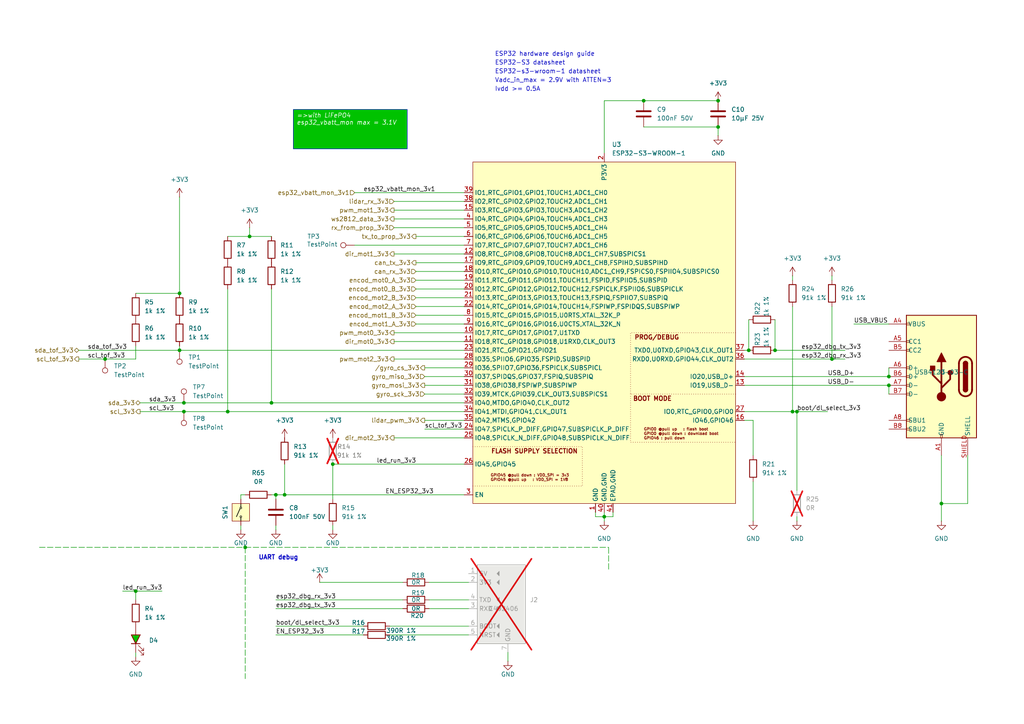
<source format=kicad_sch>
(kicad_sch (version 20231120) (generator "eeschema") (generator_version "8.0")
  (paper "A4")
  (lib_symbols
    (symbol "cocotter_capacitors:C_100nF_50V_0603" (pin_numbers hide) (pin_names (offset 0.254))
      (property "Reference" "C" (at 0.635 2.54 0))
      (property "Value" "100nF 50V" (at 0.635 -2.54 0))
      (symbol "C_100nF_50V_0603_0_1"
        (polyline (pts (xy -2.032 -0.762) (xy 2.032 -0.762)) (stroke (width 0.508)))
        (polyline (pts (xy -2.032 0.762) (xy 2.032 0.762)) (stroke (width 0.508)))
      )
      (symbol "C_100nF_50V_0603_1_1"
        (pin passive line (at 0 3.81 270) (length 2.794) (name "~") (number "1"))
        (pin passive line (at 0 -3.81 90) (length 2.794) (name "~") (number "2"))
      )
    )
    (symbol "cocotter_capacitors:C_10µF_25V_0805_X5R" (pin_numbers hide) (pin_names (offset 0.254))
      (property "Reference" "C" (at 0.635 2.54 0))
      (property "Value" "10µF 25V" (at 0.635 -2.54 0))
      (symbol "C_10µF_25V_0805_X5R_0_1"
        (polyline (pts (xy -2.032 -0.762) (xy 2.032 -0.762)) (stroke (width 0.508)))
        (polyline (pts (xy -2.032 0.762) (xy 2.032 0.762)) (stroke (width 0.508)))
      )
      (symbol "C_10µF_25V_0805_X5R_1_1"
        (pin passive line (at 0 3.81 270) (length 2.794) (name "~") (number "1"))
        (pin passive line (at 0 -3.81 90) (length 2.794) (name "~") (number "2"))
      )
    )
    (symbol "cocotter_connectors:USB4120-03-C"
      (property "Reference" "J" (at 0 1.27 0))
      (property "Value" "USB4120-03-C" (at 0 1.27 0))
      (symbol "USB4120-03-C_0_0"
        (rectangle (start -0.254 -17.78) (end 0.254 -16.764))
        (rectangle (start 10.16 -14.986) (end 9.144 -15.494))
        (rectangle (start 10.16 -12.446) (end 9.144 -12.954))
        (rectangle (start 10.16 -4.826) (end 9.144 -5.334))
        (rectangle (start 10.16 -2.286) (end 9.144 -2.794))
        (rectangle (start 10.16 0.254) (end 9.144 -0.254))
        (rectangle (start 10.16 2.794) (end 9.144 2.286))
        (rectangle (start 10.16 7.874) (end 9.144 7.366))
        (rectangle (start 10.16 10.414) (end 9.144 9.906))
        (rectangle (start 10.16 15.494) (end 9.144 14.986))
      )
      (symbol "USB4120-03-C_0_1"
        (rectangle (start -10.16 17.78) (end 10.16 -17.78) (stroke (width 0.254)) (fill (type background)))
        (arc (start -8.89 -3.81) (mid -6.985 -5.7067) (end -5.08 -3.81) (stroke (width 0.508)))
        (arc (start -7.62 -3.81) (mid -6.985 -4.4423) (end -6.35 -3.81) (stroke (width 0.254)))
        (arc (start -7.62 -3.81) (mid -6.985 -4.4423) (end -6.35 -3.81) (stroke (width 0.254)) (fill (type outline)))
        (rectangle (start -7.62 -3.81) (end -6.35 3.81) (stroke (width 0.254)) (fill (type outline)))
        (arc (start -6.35 3.81) (mid -6.985 4.4423) (end -7.62 3.81) (stroke (width 0.254)))
        (arc (start -6.35 3.81) (mid -6.985 4.4423) (end -7.62 3.81) (stroke (width 0.254)) (fill (type outline)))
        (arc (start -5.08 3.81) (mid -6.985 5.7067) (end -8.89 3.81) (stroke (width 0.508)))
        (circle (center -2.54 1.143) (radius 0.635) (stroke (width 0.254)) (fill (type outline)))
        (circle (center 0 -5.842) (radius 1.27) (fill (type outline)))
        (polyline (pts (xy -8.89 -3.81) (xy -8.89 3.81)) (stroke (width 0.508)))
        (polyline (pts (xy -5.08 3.81) (xy -5.08 -3.81)) (stroke (width 0.508)))
        (polyline (pts (xy 0 -5.842) (xy 0 4.318)) (stroke (width 0.508)))
        (polyline (pts (xy 0 -3.302) (xy -2.54 -0.762) (xy -2.54 0.508)) (stroke (width 0.508)))
        (polyline (pts (xy 0 -2.032) (xy 2.54 0.508) (xy 2.54 1.778)) (stroke (width 0.508)))
        (polyline (pts (xy -1.27 4.318) (xy 0 6.858) (xy 1.27 4.318) (xy -1.27 4.318)) (stroke (width 0.254)) (fill (type outline)))
        (rectangle (start 1.905 1.778) (end 3.175 3.048) (stroke (width 0.254)) (fill (type outline)))
      )
      (symbol "USB4120-03-C_1_1"
        (pin passive line (at 0 -22.86 90) (length 5.08) (name "GND") (number "A1"))
        (pin passive line (at 0 -22.86 90) (length 5.08) hide (name "GND") (number "A12"))
        (pin passive line (at 15.24 15.24 180) (length 5.08) (name "VBUS") (number "A4"))
        (pin bidirectional line (at 15.24 10.16 180) (length 5.08) (name "CC1") (number "A5"))
        (pin bidirectional line (at 15.24 2.54 180) (length 5.08) (name "D+") (number "A6"))
        (pin bidirectional line (at 15.24 -2.54 180) (length 5.08) (name "D-") (number "A7"))
        (pin bidirectional line (at 15.24 -12.7 180) (length 5.08) (name "SBU1") (number "A8"))
        (pin passive line (at 15.24 15.24 180) (length 5.08) hide (name "VBUS") (number "A9"))
        (pin passive line (at 0 -22.86 90) (length 5.08) hide (name "GND") (number "B1"))
        (pin passive line (at 0 -22.86 90) (length 5.08) hide (name "GND") (number "B12"))
        (pin passive line (at 15.24 15.24 180) (length 5.08) hide (name "VBUS") (number "B4"))
        (pin bidirectional line (at 15.24 7.62 180) (length 5.08) (name "CC2") (number "B5"))
        (pin bidirectional line (at 15.24 0 180) (length 5.08) (name "D+") (number "B6"))
        (pin bidirectional line (at 15.24 -5.08 180) (length 5.08) (name "D-") (number "B7"))
        (pin bidirectional line (at 15.24 -15.24 180) (length 5.08) (name "SBU2") (number "B8"))
        (pin passive line (at 15.24 15.24 180) (length 5.08) hide (name "VBUS") (number "B9"))
        (pin passive line (at -7.62 -22.86 90) (length 5.08) (name "SHELL") (number "SHIELD"))
      )
    )
    (symbol "cocotter_connectors:eps32_uart_programmer"
      (property "Reference" "J" (at -7.112 13.716 0))
      (property "JLCPCB Part #" "C492406" (at 0 0 0))
      (symbol "eps32_uart_programmer_1_1"
        (rectangle (start -7.62 12.7) (end 6.35 -10.16) (fill (type background)))
        (polyline (pts (xy -1.905 -0.635) (xy -1.27 0) (xy -1.905 0.635) (xy -1.905 -0.635)) (fill (type outline)))
        (polyline (pts (xy -1.27 -6.985) (xy -1.905 -7.62) (xy -1.27 -8.255) (xy -1.27 -6.985)) (fill (type outline)))
        (polyline (pts (xy -1.27 -4.445) (xy -1.905 -5.08) (xy -1.27 -5.715) (xy -1.27 -4.445)) (fill (type outline)))
        (polyline (pts (xy -1.27 3.175) (xy -1.905 2.54) (xy -1.27 1.905) (xy -1.27 3.175)) (fill (type outline)))
        (polyline (pts (xy -1.27 8.255) (xy -1.905 7.62) (xy -1.27 6.985) (xy -1.27 8.255)) (fill (type outline)))
        (polyline (pts (xy -1.27 10.795) (xy -1.905 10.16) (xy -1.27 9.525) (xy -1.27 10.795)) (fill (type outline)))
        (pin power_out line (at -10.16 10.16 0) (length 2.54) (name "5V") (number "1"))
        (pin power_out line (at -10.16 7.62 0) (length 2.54) (name "3V3") (number "2"))
        (pin input line (at -10.16 0 0) (length 2.54) (name "RXD") (number "3"))
        (pin output line (at -10.16 2.54 0) (length 2.54) (name "TXD") (number "4"))
        (pin input line (at -10.16 -7.62 0) (length 2.54) (name "NRST") (number "5"))
        (pin output line (at -10.16 -5.08 0) (length 2.54) (name "BOOT") (number "6"))
        (pin passive line (at 1.27 -12.7 90) (length 2.54) (name "GND") (number "7"))
      )
    )
    (symbol "cocotter_diodes:green_led_0603" (pin_numbers hide) (pin_names (offset 1.016) hide)
      (property "Reference" "D" (at 0 2.54 0))
      (property "JLCPCB Part #" "C22371299" (at 0 0 0))
      (symbol "green_led_0603_0_1"
        (polyline (pts (xy -1.27 -1.27) (xy -1.27 1.27)) (stroke (width 0.254)))
        (polyline (pts (xy -3.048 -0.762) (xy -4.572 -2.286) (xy -3.81 -2.286) (xy -4.572 -2.286) (xy -4.572 -1.524)))
        (polyline (pts (xy -1.778 -0.762) (xy -3.302 -2.286) (xy -2.54 -2.286) (xy -3.302 -2.286) (xy -3.302 -1.524)))
      )
      (symbol "green_led_0603_1_1"
        (polyline (pts (xy 1.27 -1.27) (xy 1.27 1.27) (xy -1.27 0) (xy 1.27 -1.27)) (stroke (width 0.254)) (fill (type color) (color 0 194 0 1)))
        (pin passive line (at 3.81 0 180) (length 2.54) (name "A") (number "A"))
        (pin passive line (at -3.81 0 0) (length 2.54) (name "C") (number "C"))
      )
    )
    (symbol "cocotter_ic:ESP32-S3-WROOM-1U-N8R2"
      (property "Reference" "U" (at -11.43 27.94 0))
      (property "Value" "ESP32-S3-WROOM-1" (at 27.94 -50.8 0))
      (symbol "ESP32-S3-WROOM-1U-N8R2_1_0"
        (pin bidirectional line (at -40.64 0 0) (length 2.54) (name "IO17,RTC_GPIO17,GPIO17,U1TXD") (number "10"))
        (pin bidirectional line (at -40.64 -2.54 0) (length 2.54) (name "IO18,RTC_GPIO18,GPIO18,U1RXD,CLK_OUT3") (number "11"))
        (pin bidirectional line (at -40.64 22.86 0) (length 2.54) (name "IO8,RTC_GPIO8,GPIO8,TOUCH8,ADC1_CH7,SUBSPICS1") (number "12"))
        (pin bidirectional line (at 40.64 -15.24 180) (length 2.54) (name "IO19,USB_D-") (number "13"))
        (pin bidirectional line (at 40.64 -12.7 180) (length 2.54) (name "IO20,USB_D+") (number "14"))
        (pin bidirectional line (at -40.64 35.56 0) (length 2.54) (name "IO3,RTC_GPIO3,GPIO3,TOUCH3,ADC1_CH2") (number "15"))
        (pin bidirectional line (at 40.64 -25.4 180) (length 2.54) (name "IO46,GPIO46") (number "16"))
        (pin bidirectional line (at -40.64 20.32 0) (length 2.54) (name "IO9,RTC_GPIO9,GPIO9,TOUCH9,ADC1_CH8,FSPIHD,SUBSPIHD") (number "17"))
        (pin bidirectional line (at -40.64 17.78 0) (length 2.54) (name "IO10,RTC_GPIO10,GPIO10,TOUCH10,ADC1_CH9,FSPICS0,FSPIIO4,SUBSPICS0") (number "18"))
        (pin bidirectional line (at -40.64 15.24 0) (length 2.54) (name "IO11,RTC_GPIO11,GPIO11,TOUCH11,FSPID,FSPIIO5,SUBSPID") (number "19"))
        (pin bidirectional line (at -40.64 12.7 0) (length 2.54) (name "IO12,RTC_GPIO12,GPIO12,TOUCH12,FSPICLK,FSPIIO6,SUBSPICLK") (number "20"))
        (pin bidirectional line (at -40.64 10.16 0) (length 2.54) (name "IO13,RTC_GPIO13,GPIO13,TOUCH13,FSPIQ,FSPIIO7,SUBSPIQ") (number "21"))
        (pin bidirectional line (at -40.64 7.62 0) (length 2.54) (name "IO14,RTC_GPIO14,GPIO14,TOUCH14,FSPIWP,FSPIDQS,SUBSPIWP") (number "22"))
        (pin bidirectional line (at -40.64 -5.08 0) (length 2.54) (name "IO21,RTC_GPIO21,GPIO21") (number "23"))
        (pin bidirectional line (at -40.64 -27.94 0) (length 2.54) (name "IO47,SPICLK_P_DIFF,GPIO47,SUBSPICLK_P_DIFF") (number "24"))
        (pin bidirectional line (at -40.64 -30.48 0) (length 2.54) (name "IO48,SPICLK_N_DIFF,GPIO48,SUBSPICLK_N_DIFF") (number "25"))
        (pin bidirectional line (at -40.64 -38.1 0) (length 2.54) (name "IO45,GPIO45") (number "26"))
        (pin bidirectional line (at 40.64 -22.86 180) (length 2.54) (name "IO0,RTC_GPIO0,GPIO0") (number "27"))
        (pin bidirectional line (at -40.64 -7.62 0) (length 2.54) (name "IO35,SPIIO6,GPIO35,FSPID,SUBSPID") (number "28"))
        (pin bidirectional line (at -40.64 -10.16 0) (length 2.54) (name "IO36,SPIIO7,GPIO36,FSPICLK,SUBSPICL") (number "29"))
        (pin input line (at -40.64 -46.99 0) (length 2.54) (name "EN") (number "3"))
        (pin bidirectional line (at -40.64 -12.7 0) (length 2.54) (name "IO37,SPIDQS,GPIO37,FSPIQ,SUBSPIQ") (number "30"))
        (pin bidirectional line (at -40.64 -15.24 0) (length 2.54) (name "IO38,GPIO38,FSPIWP,SUBSPIWP") (number "31"))
        (pin bidirectional line (at -40.64 -17.78 0) (length 2.54) (name "IO39,MTCK,GPIO39,CLK_OUT3,SUBSPICS1") (number "32"))
        (pin bidirectional line (at -40.64 -20.32 0) (length 2.54) (name "IO40,MTDO,GPIO40,CLK_OUT2") (number "33"))
        (pin bidirectional line (at -40.64 -22.86 0) (length 2.54) (name "IO41,MTDI,GPIO41,CLK_OUT1") (number "34"))
        (pin bidirectional line (at -40.64 -25.4 0) (length 2.54) (name "IO42,MTMS,GPIO42") (number "35"))
        (pin bidirectional line (at 40.64 -7.62 180) (length 2.54) (name "RXD0,U0RXD,GPIO44,CLK_OUT2") (number "36"))
        (pin bidirectional line (at 40.64 -5.08 180) (length 2.54) (name "TXD0,U0TXD,GPIO43,CLK_OUT1") (number "37"))
        (pin bidirectional line (at -40.64 38.1 0) (length 2.54) (name "IO2,RTC_GPIO2,GPIO2,TOUCH2,ADC1_CH1") (number "38"))
        (pin bidirectional line (at -40.64 40.64 0) (length 2.54) (name "IO1,RTC_GPIO1,GPIO1,TOUCH1,ADC1_CH0") (number "39"))
        (pin bidirectional line (at -40.64 33.02 0) (length 2.54) (name "IO4,RTC_GPIO4,GPIO4,TOUCH4,ADC1_CH3") (number "4"))
        (pin passive line (at 0 -52.07 90) (length 2.54) (name "GND,GND") (number "40"))
        (pin passive line (at 2.54 -52.07 90) (length 2.54) (name "EPAD,GND") (number "41"))
        (pin bidirectional line (at -40.64 30.48 0) (length 2.54) (name "IO5,RTC_GPIO5,GPIO5,TOUCH5,ADC1_CH4") (number "5"))
        (pin bidirectional line (at -40.64 27.94 0) (length 2.54) (name "IO6,RTC_GPIO6,GPIO6,TOUCH6,ADC1_CH5") (number "6"))
        (pin bidirectional line (at -40.64 25.4 0) (length 2.54) (name "IO7,RTC_GPIO7,GPIO7,TOUCH7,ADC1_CH6") (number "7"))
        (pin bidirectional line (at -40.64 5.08 0) (length 2.54) (name "IO15,RTC_GPIO15,GPIO15,U0RTS,XTAL_32K_P") (number "8"))
        (pin bidirectional line (at -40.64 2.54 0) (length 2.54) (name "IO16,RTC_GPIO16,GPIO16,U0CTS,XTAL_32K_N") (number "9"))
      )
      (symbol "ESP32-S3-WROOM-1U-N8R2_1_1"
        (rectangle (start -38.1 49.53) (end 38.1 -49.53) (fill (type background)))
        (polyline (pts (xy 7.62 -17.78) (xy 7.62 -31.75) (xy 38.1 -31.75)) (stroke (width 0) (type dot)))
        (polyline (pts (xy -38.1 -33.02) (xy -6.35 -33.02) (xy -6.35 -44.45) (xy -38.1 -44.45)) (stroke (width 0) (type dot)))
        (polyline (pts (xy 38.1 -17.78) (xy 7.62 -17.78) (xy 7.62 0) (xy 7.62 0) (xy 38.1 0)) (stroke (width 0) (type dot)))
        (text "BOOT MODE" (at 13.97 -19.05 0) (effects (font (size 1.27 1.27) (bold yes))))
        (text "FLASH SUPPLY SELECTION" (at -7.62 -34.29 0) (effects (font (size 1.27 1.27) (bold yes)) (justify right)))
        (text "GPIO0 @pull up   : flash boot\nGPIO0 @pull down : download boot\nGPIO46 : pull down" (at 11.43 -29.21 0) (effects (font (size 0.8 0.8)) (justify left)))
        (text "GPIO45 @pull down : VDD_SPI = 3v3\nGPIO45 @pull up   : VDD_SPI = 1V8" (at -33.02 -41.91 0) (effects (font (size 0.8 0.8)) (justify left)))
        (text "PROG/DEBUG" (at 15.24 -1.27 0) (effects (font (size 1.27 1.27) (bold yes))))
        (pin passive line (at -2.54 -52.07 90) (length 2.54) (name "GND") (number "1"))
        (pin power_in line (at 0 52.07 270) (length 2.54) (name "P3V3") (number "2"))
      )
    )
    (symbol "cocotter_others:PTS525 SK15 SMTR2 LFS" (pin_numbers hide) (pin_names (offset 0) hide)
      (property "Reference" "SW" (at 0 4.572 0))
      (symbol "PTS525 SK15 SMTR2 LFS_1_1"
        (rectangle (start -2.54 2.54) (end 2.54 -2.54) (fill (type background)))
        (circle (center -1.27 0) (radius 0.254) (stroke (width 0) (color 0 0 0 1)))
        (polyline (pts (xy -2.54 0) (xy -1.524 0)) (stroke (width 0.2) (color 0 0 0 1)))
        (polyline (pts (xy 1.016 0.254) (xy -1.27 1.27)) (stroke (width 0.2) (color 0 0 0 1)))
        (polyline (pts (xy 1.524 0) (xy 2.54 0)) (stroke (width 0.2) (color 0 0 0 1)))
        (circle (center 1.27 0) (radius 0.254) (stroke (width 0) (color 0 0 0 1)))
        (pin passive line (at -3.81 0 0) (length 1.27) (name "1") (number "A"))
        (pin passive line (at 3.81 0 180) (length 1.27) (name "2") (number "B"))
      )
    )
    (symbol "cocotter_others:TestPoint" (pin_numbers hide) (pin_names (offset 0.762) hide) (in_bom no)
      (property "Reference" "TP" (at 0 6.858 0))
      (property "Value" "TestPoint" (at 0 5.08 0))
      (symbol "TestPoint_0_1"
        (circle (center 0 3.302) (radius 0.762))
      )
      (symbol "TestPoint_1_1"
        (pin passive line (at 0 0 90) (length 2.54) (name "1") (number "1"))
      )
    )
    (symbol "cocotter_resistors:R_0R_0603" (pin_numbers hide) (pin_names (offset 0))
      (property "Reference" "R" (at 1.27 1.27 0))
      (property "Value" "0R" (at 3.81 -1.27 0))
      (symbol "R_0R_0603_0_1"
        (rectangle (start -1.016 -2.54) (end 1.016 2.54) (stroke (width 0.254)))
      )
      (symbol "R_0R_0603_1_1"
        (pin passive line (at 0 3.81 270) (length 1.27) (name "~") (number "1"))
        (pin passive line (at 0 -3.81 90) (length 1.27) (name "~") (number "2"))
      )
    )
    (symbol "cocotter_resistors:R_1k_0603_1%" (pin_numbers hide) (pin_names (offset 0))
      (property "Reference" "R" (at 1.27 1.27 0))
      (property "Value" "1k 1%" (at 3.81 -1.27 0))
      (symbol "R_1k_0603_1%_0_1"
        (rectangle (start -1.016 -2.54) (end 1.016 2.54) (stroke (width 0.254)))
      )
      (symbol "R_1k_0603_1%_1_1"
        (pin passive line (at 0 3.81 270) (length 1.27) (name "~") (number "1"))
        (pin passive line (at 0 -3.81 90) (length 1.27) (name "~") (number "2"))
      )
    )
    (symbol "cocotter_resistors:R_390R_0603_1%" (pin_numbers hide) (pin_names (offset 0))
      (property "Reference" "R" (at 1.27 1.27 0))
      (property "Value" "390R 1%" (at 5.08 -1.27 0))
      (symbol "R_390R_0603_1%_0_1"
        (rectangle (start -1.016 -2.54) (end 1.016 2.54) (stroke (width 0.254)))
      )
      (symbol "R_390R_0603_1%_1_1"
        (pin passive line (at 0 3.81 270) (length 1.27) (name "~") (number "1"))
        (pin passive line (at 0 -3.81 90) (length 1.27) (name "~") (number "2"))
      )
    )
    (symbol "cocotter_resistors:R_91k_0603_1%" (pin_numbers hide) (pin_names (offset 0))
      (property "Reference" "R" (at 1.27 1.27 0))
      (property "Value" "91k 1%" (at 4.826 -1.27 0))
      (symbol "R_91k_0603_1%_0_1"
        (rectangle (start -1.016 -2.54) (end 1.016 2.54) (stroke (width 0.254)))
      )
      (symbol "R_91k_0603_1%_1_1"
        (pin passive line (at 0 3.81 270) (length 1.27) (name "~") (number "1"))
        (pin passive line (at 0 -3.81 90) (length 1.27) (name "~") (number "2"))
      )
    )
    (symbol "pmi_2023_specific:+3V3_m" (power) (pin_numbers hide) (pin_names (offset 0) hide)
      (property "Value" "+3V3_m" (at 0 3.556 0))
      (symbol "+3V3_m_0_1"
        (polyline (pts (xy -0.762 1.27) (xy 0 2.54)))
        (polyline (pts (xy 0 0) (xy 0 2.54)))
        (polyline (pts (xy 0 2.54) (xy 0.762 1.27)))
      )
      (symbol "+3V3_m_1_1"
        (pin power_in line (at 0 0 90) (length 0) (name "~") (number "1"))
      )
    )
    (symbol "pmi_2023_specific:GND_m" (power) (pin_numbers hide) (pin_names (offset 0) hide)
      (property "Value" "GND_m" (at 0 -3.81 0))
      (symbol "GND_m_0_1"
        (polyline (pts (xy 0 0) (xy 0 -1.27) (xy 1.27 -1.27) (xy 0 -2.54) (xy -1.27 -1.27) (xy 0 -1.27)))
      )
      (symbol "GND_m_1_1"
        (pin power_in line (at 0 0 270) (length 0) (name "~") (number "1"))
      )
    )
  )
  (junction (at 72.39 68.58))
  (junction (at 39.37 171.45))
  (junction (at 30.48 104.14))
  (junction (at 82.55 143.51))
  (junction (at 229.87 119.38))
  (junction (at 231.14 119.38))
  (junction (at 257.81 111.76))
  (junction (at 53.34 119.38))
  (junction (at 175.26 149.86))
  (junction (at 241.3 104.14))
  (junction (at 71.12 158.75))
  (junction (at 52.07 101.6))
  (junction (at 96.52 134.62))
  (junction (at 208.28 36.83))
  (junction (at 217.17 101.6))
  (junction (at 53.34 116.84))
  (junction (at 80.01 143.51))
  (junction (at 257.81 109.22))
  (junction (at 66.04 119.38))
  (junction (at 208.28 29.21))
  (junction (at 52.07 85.09))
  (junction (at 186.69 29.21))
  (junction (at 224.79 101.6))
  (junction (at 78.74 116.84))
  (junction (at 273.05 146.05))
  (wire (pts (xy 247.65 93.98) (xy 257.81 93.98)))
  (wire (pts (xy 40.64 119.38) (xy 53.34 119.38)))
  (wire (pts (xy 96.52 144.78) (xy 96.52 134.62)))
  (wire (pts (xy 280.67 146.05) (xy 280.67 132.08)))
  (wire (pts (xy 215.9 111.76) (xy 257.81 111.76)))
  (wire (pts (xy 69.85 152.4) (xy 69.85 153.67)))
  (wire (pts (xy 114.3 66.04) (xy 134.62 66.04)))
  (wire (pts (xy 82.55 134.62) (xy 82.55 143.51)))
  (wire (pts (xy 175.26 29.21) (xy 186.69 29.21)))
  (wire (pts (xy 39.37 189.23) (xy 39.37 190.5)))
  (wire (pts (xy 80.01 176.53) (xy 116.84 176.53)))
  (wire (pts (xy 176.53 165.1) (xy 176.53 158.75)) (stroke (width 0) (type dash)))
  (wire (pts (xy 39.37 100.33) (xy 39.37 104.14)))
  (wire (pts (xy 208.28 36.83) (xy 208.28 39.37)))
  (wire (pts (xy 124.46 168.91) (xy 135.89 168.91)))
  (wire (pts (xy 215.9 101.6) (xy 217.17 101.6)))
  (wire (pts (xy 273.05 146.05) (xy 273.05 132.08)))
  (wire (pts (xy 52.07 100.33) (xy 52.07 101.6)))
  (wire (pts (xy 120.65 88.9) (xy 134.62 88.9)))
  (wire (pts (xy 175.26 149.86) (xy 177.8 149.86)))
  (wire (pts (xy 120.65 76.2) (xy 134.62 76.2)))
  (wire (pts (xy 78.74 83.82) (xy 78.74 116.84)))
  (wire (pts (xy 66.04 83.82) (xy 66.04 119.38)))
  (wire (pts (xy 257.81 106.68) (xy 257.81 109.22)))
  (wire (pts (xy 229.87 88.9) (xy 229.87 119.38)))
  (wire (pts (xy 175.26 148.59) (xy 175.26 149.86)))
  (wire (pts (xy 120.65 86.36) (xy 134.62 86.36)))
  (wire (pts (xy 39.37 85.09) (xy 52.07 85.09)))
  (wire (pts (xy 114.3 60.96) (xy 134.62 60.96)))
  (wire (pts (xy 114.3 73.66) (xy 134.62 73.66)))
  (wire (pts (xy 72.39 68.58) (xy 78.74 68.58)))
  (wire (pts (xy 186.69 29.21) (xy 208.28 29.21)))
  (wire (pts (xy 257.81 114.3) (xy 257.81 111.76)))
  (wire (pts (xy 123.19 121.92) (xy 134.62 121.92)))
  (wire (pts (xy 80.01 173.99) (xy 116.84 173.99)))
  (wire (pts (xy 80.01 153.67) (xy 80.01 152.4)))
  (wire (pts (xy 30.48 104.14) (xy 39.37 104.14)))
  (wire (pts (xy 177.8 149.86) (xy 177.8 148.59)))
  (wire (pts (xy 35.56 171.45) (xy 39.37 171.45)))
  (wire (pts (xy 241.3 88.9) (xy 241.3 104.14)))
  (wire (pts (xy 224.79 101.6) (xy 245.11 101.6)))
  (wire (pts (xy 172.72 149.86) (xy 175.26 149.86)))
  (wire (pts (xy 215.9 121.92) (xy 218.44 121.92)))
  (wire (pts (xy 40.64 116.84) (xy 53.34 116.84)))
  (wire (pts (xy 11.43 158.75) (xy 71.12 158.75)) (stroke (width 0) (type dash)))
  (wire (pts (xy 53.34 116.84) (xy 78.74 116.84)))
  (wire (pts (xy 39.37 171.45) (xy 46.99 171.45)))
  (wire (pts (xy 80.01 184.15) (xy 105.41 184.15)))
  (wire (pts (xy 66.04 119.38) (xy 134.62 119.38)))
  (wire (pts (xy 53.34 119.38) (xy 66.04 119.38)))
  (wire (pts (xy 123.19 109.22) (xy 134.62 109.22)))
  (wire (pts (xy 22.86 104.14) (xy 30.48 104.14)))
  (wire (pts (xy 52.07 101.6) (xy 134.62 101.6)))
  (wire (pts (xy 114.3 63.5) (xy 134.62 63.5)))
  (wire (pts (xy 186.69 36.83) (xy 208.28 36.83)))
  (wire (pts (xy 71.12 158.75) (xy 71.12 196.85)) (stroke (width 0) (type dash)))
  (wire (pts (xy 135.89 173.99) (xy 124.46 173.99)))
  (wire (pts (xy 114.3 58.42) (xy 134.62 58.42)))
  (wire (pts (xy 215.9 109.22) (xy 257.81 109.22)))
  (wire (pts (xy 135.89 176.53) (xy 124.46 176.53)))
  (wire (pts (xy 215.9 104.14) (xy 241.3 104.14)))
  (wire (pts (xy 175.26 44.45) (xy 175.26 29.21)))
  (wire (pts (xy 240.03 119.38) (xy 231.14 119.38)))
  (wire (pts (xy 231.14 119.38) (xy 229.87 119.38)))
  (wire (pts (xy 217.17 92.71) (xy 217.17 101.6)))
  (wire (pts (xy 92.71 168.91) (xy 116.84 168.91)))
  (wire (pts (xy 229.87 80.01) (xy 229.87 81.28)))
  (wire (pts (xy 102.87 71.12) (xy 134.62 71.12)))
  (wire (pts (xy 175.26 151.13) (xy 175.26 149.86)))
  (wire (pts (xy 114.3 96.52) (xy 134.62 96.52)))
  (wire (pts (xy 224.79 92.71) (xy 224.79 101.6)))
  (wire (pts (xy 120.65 83.82) (xy 134.62 83.82)))
  (wire (pts (xy 123.19 111.76) (xy 134.62 111.76)))
  (wire (pts (xy 280.67 146.05) (xy 273.05 146.05)))
  (wire (pts (xy 241.3 104.14) (xy 245.11 104.14)))
  (wire (pts (xy 96.52 134.62) (xy 134.62 134.62)))
  (wire (pts (xy 80.01 143.51) (xy 82.55 143.51)))
  (wire (pts (xy 147.32 189.23) (xy 147.32 191.77)))
  (wire (pts (xy 80.01 143.51) (xy 80.01 144.78)))
  (wire (pts (xy 123.19 124.46) (xy 134.62 124.46)))
  (wire (pts (xy 71.12 158.75) (xy 176.53 158.75)) (stroke (width 0) (type dash)))
  (wire (pts (xy 22.86 101.6) (xy 52.07 101.6)))
  (wire (pts (xy 218.44 139.7) (xy 218.44 151.13)))
  (wire (pts (xy 123.19 114.3) (xy 134.62 114.3)))
  (wire (pts (xy 123.19 106.68) (xy 134.62 106.68)))
  (wire (pts (xy 120.65 68.58) (xy 134.62 68.58)))
  (wire (pts (xy 231.14 149.86) (xy 231.14 151.13)))
  (wire (pts (xy 113.03 181.61) (xy 135.89 181.61)))
  (wire (pts (xy 113.03 184.15) (xy 135.89 184.15)))
  (wire (pts (xy 82.55 143.51) (xy 134.62 143.51)))
  (wire (pts (xy 114.3 104.14) (xy 134.62 104.14)))
  (wire (pts (xy 52.07 57.15) (xy 52.07 85.09)))
  (wire (pts (xy 120.65 93.98) (xy 134.62 93.98)))
  (wire (pts (xy 215.9 119.38) (xy 229.87 119.38)))
  (wire (pts (xy 231.14 119.38) (xy 231.14 142.24)))
  (wire (pts (xy 120.65 91.44) (xy 134.62 91.44)))
  (wire (pts (xy 69.85 143.51) (xy 69.85 144.78)))
  (wire (pts (xy 114.3 127) (xy 134.62 127)))
  (wire (pts (xy 114.3 99.06) (xy 134.62 99.06)))
  (wire (pts (xy 96.52 153.67) (xy 96.52 152.4)))
  (wire (pts (xy 39.37 171.45) (xy 39.37 173.99)))
  (wire (pts (xy 78.74 143.51) (xy 80.01 143.51)))
  (wire (pts (xy 172.72 148.59) (xy 172.72 149.86)))
  (wire (pts (xy 120.65 81.28) (xy 134.62 81.28)))
  (wire (pts (xy 273.05 146.05) (xy 273.05 151.13)))
  (wire (pts (xy 72.39 66.04) (xy 72.39 68.58)))
  (wire (pts (xy 69.85 143.51) (xy 71.12 143.51)))
  (wire (pts (xy 80.01 181.61) (xy 105.41 181.61)))
  (wire (pts (xy 102.87 55.88) (xy 134.62 55.88)))
  (wire (pts (xy 218.44 121.92) (xy 218.44 132.08)))
  (wire (pts (xy 66.04 68.58) (xy 72.39 68.58)))
  (wire (pts (xy 241.3 81.28) (xy 241.3 80.01)))
  (wire (pts (xy 78.74 116.84) (xy 134.62 116.84)))
  (wire (pts (xy 120.65 78.74) (xy 134.62 78.74)))
  (text_box "=>with LiFePO4 esp32_vbatt_mon max = 3.1V" (at 85.09 31.75 0) (size 33.02 11.43) (fill (type color) (color 0 194 0 1)) (effects (font (size 1.27 1.27) (italic yes)) (justify left top)))
  (text "UART debug" (at 74.93 162.56 0) (effects (font (size 1.27 1.27) (thickness 0.254) (bold yes)) (justify left bottom)))
  (text "ESP32-s3-wroom-1 datasheet" (at 143.51 21.59 0) (effects (font (size 1.27 1.27)) (justify left bottom)))
  (text "Ivdd >= 0.5A" (at 143.51 26.67 0) (effects (font (size 1.27 1.27)) (justify left bottom)))
  (text "ESP32 hardware design guide" (at 143.51 16.51 0) (effects (font (size 1.27 1.27)) (justify left bottom)))
  (text "Vadc_in_max = 2.9V with ATTEN=3" (at 143.51 24.13 0) (effects (font (size 1.27 1.27)) (justify left bottom)))
  (text "ESP32-S3 datasheet" (at 143.51 19.05 0) (effects (font (size 1.27 1.27)) (justify left bottom)))
  (label "scl_tof_3v3" (at 25.4 104.14 0))
  (label "USB_D-" (at 240.03 111.76 0))
  (label "EN_ESP32_3v3" (at 80.01 184.15 0))
  (label "boot{slash}dl_select_3v3" (at 231.14 119.38 0))
  (label "led_run_3v3" (at 35.56 171.45 0))
  (label "sda_tof_3v3" (at 25.4 101.6 0))
  (label "EN_ESP32_3v3" (at 111.76 143.51 0))
  (label "scl_3v3" (at 43.18 119.38 0))
  (label "esp32_dbg_rx_3v3" (at 232.41 104.14 0))
  (label "esp32_vbatt_mon_3v1" (at 105.41 55.88 0))
  (label "esp32_dbg_tx_3v3" (at 80.01 176.53 0))
  (label "esp32_dbg_tx_3v3" (at 232.41 101.6 0))
  (label "led_run_3v3" (at 109.22 134.62 0))
  (label "scl_tof_3v3" (at 123.19 124.46 0))
  (label "boot{slash}dl_select_3v3" (at 80.01 181.61 0))
  (label "USB_VBUS" (at 247.65 93.98 0))
  (label "USB_D+" (at 240.03 109.22 0))
  (label "sda_3v3" (at 43.18 116.84 0))
  (label "esp32_dbg_rx_3v3" (at 80.01 173.99 0))
  (hierarchical_label "scl_3v3" (shape output) (at 40.64 119.38 180))
  (hierarchical_label "dir_mot1_3v3" (shape output) (at 114.3 73.66 180))
  (hierarchical_label "encod_mot0_A_3v3" (shape input) (at 120.65 81.28 180))
  (hierarchical_label "gyro_sck_3v3" (shape input) (at 123.19 114.3 180))
  (hierarchical_label "tx_to_prop_3v3" (shape output) (at 120.65 68.58 180))
  (hierarchical_label "{slash}gyro_cs_3v3" (shape output) (at 123.19 106.68 180))
  (hierarchical_label "pwm_mot1_3v3" (shape output) (at 114.3 60.96 180))
  (hierarchical_label "can_rx_3v3" (shape input) (at 120.65 78.74 180))
  (hierarchical_label "encod_mot0_B_3v3" (shape input) (at 120.65 83.82 180))
  (hierarchical_label "rx_from_prop_3v3" (shape input) (at 114.3 66.04 180))
  (hierarchical_label "lidar_pwm_3v3" (shape output) (at 123.19 121.92 180))
  (hierarchical_label "sda_3v3" (shape tri_state) (at 40.64 116.84 180))
  (hierarchical_label "sda_tof_3v3" (shape bidirectional) (at 22.86 101.6 180))
  (hierarchical_label "encod_mot1_B_3v3" (shape input) (at 120.65 91.44 180))
  (hierarchical_label "scl_tof_3v3" (shape output) (at 22.86 104.14 180))
  (hierarchical_label "ws2812_data_3v3" (shape output) (at 114.3 63.5 180))
  (hierarchical_label "pwm_mot0_3v3" (shape output) (at 114.3 96.52 180))
  (hierarchical_label "can_tx_3v3" (shape output) (at 120.65 76.2 180))
  (hierarchical_label "pwm_mot2_3v3" (shape output) (at 114.3 104.14 180))
  (hierarchical_label "dir_mot0_3v3" (shape output) (at 114.3 99.06 180))
  (hierarchical_label "encod_mot2_A_3v3" (shape input) (at 120.65 88.9 180))
  (hierarchical_label "dir_mot2_3v3" (shape output) (at 114.3 127 180))
  (hierarchical_label "encod_mot1_A_3v3" (shape input) (at 120.65 93.98 180))
  (hierarchical_label "esp32_vbatt_mon_3v1" (shape input) (at 102.87 55.88 180))
  (hierarchical_label "gyro_miso_3v3" (shape input) (at 123.19 109.22 180))
  (hierarchical_label "encod_mot2_B_3v3" (shape input) (at 120.65 86.36 180))
  (hierarchical_label "lidar_rx_3v3" (shape input) (at 114.3 58.42 180))
  (hierarchical_label "gyro_mosi_3v3" (shape output) (at 123.19 111.76 180))
  (symbol (lib_id "cocotter_resistors:R_1k_0603_1%") (at 39.37 96.52 0) (unit 1)
    (property "Reference" "R6" (at 41.91 95.2499 0) (effects (justify left)))
    (property "Value" "1k 1%" (at 41.91 97.7899 0) (effects (justify left)))
    (property "Footprint" "cocotter_resistor:r0603_reflow" (effects (hide yes)))
    (property "Description" "Resistor" (effects (hide yes)))
    (property "Specification" "10k 0603 1% 100mW" (effects (hide yes)))
    (property "mouser" "603-RC0603FR-10100KL" (effects (hide yes)))
    (property "JLCPCB Part #" "C2991540" (effects (hide yes)))
  )
  (symbol (lib_id "cocotter_ic:ESP32-S3-WROOM-1U-N8R2") (at 175.26 96.52 0) (unit 1)
    (property "Reference" "U3" (at 177.4541 41.91 0) (effects (justify left)))
    (property "Value" "ESP32-S3-WROOM-1" (at 177.4541 44.45 0) (effects (justify left)))
    (property "Footprint" "cocotter_ic:ESP32-S3-WROOM-1" (effects (hide yes)))
    (property "Description" "8MB flash, 2MB PSRAM, with antena connector" (effects (hide yes)))
    (property "JLCPCB Part #" "C3013944" (effects (hide yes)))
  )
  (symbol (lib_id "pmi_2023_specific:+3V3_m") (at 82.55 127 0) (unit 1)
    (property "Reference" "#PWR16" (effects (hide yes)))
    (property "Value" "+3V3" (at 82.55 121.92 0))
    (property "Description" "Power symbol creates a global label with name \"+3V3_m\"" (effects (hide yes)))
  )
  (symbol (lib_id "cocotter_resistors:R_1k_0603_1%") (at 220.98 101.6 90) (unit 1)
    (property "Reference" "R23" (at 219.71 100.33 0) (effects (justify left)))
    (property "Value" "1k 1%" (at 222.25 97.79 0))
    (property "Footprint" "cocotter_resistor:r0603_reflow" (effects (hide yes)))
    (property "Description" "Resistor" (effects (hide yes)))
    (property "Specification" "10k 0603 1% 100mW" (effects (hide yes)))
    (property "mouser" "603-RC0603FR-10100KL" (effects (hide yes)))
    (property "JLCPCB Part #" "C2991540" (effects (hide yes)))
  )
  (symbol (lib_id "pmi_2023_specific:+3V3_m") (at 92.71 168.91 0) (unit 1)
    (property "Reference" "#PWR17" (effects (hide yes)))
    (property "Value" "+3V3" (at 92.71 165.354 0))
    (property "Description" "Power symbol creates a global label with name \"+3V3_m\"" (effects (hide yes)))
  )
  (symbol (lib_id "cocotter_resistors:R_91k_0603_1%") (at 229.87 85.09 0) (unit 1)
    (property "Reference" "R24" (at 232.41 83.8199 0) (effects (justify left)))
    (property "Value" "91k 1%" (at 232.41 86.3599 0) (effects (justify left)))
    (property "Footprint" "cocotter_resistor:r0603_reflow" (effects (hide yes)))
    (property "Description" "Resistor" (effects (hide yes)))
    (property "Specification" "91k 0603 1% 100mW" (effects (hide yes)))
    (property "JLCPCB Part #" "C23265" (effects (hide yes)))
  )
  (symbol (lib_id "cocotter_resistors:R_1k_0603_1%") (at 52.07 88.9 0) (unit 1)
    (property "Reference" "R9" (at 54.61 87.6299 0) (effects (justify left)))
    (property "Value" "1k 1%" (at 54.61 90.1699 0) (effects (justify left)))
    (property "Footprint" "cocotter_resistor:r0603_reflow" (effects (hide yes)))
    (property "Description" "Resistor" (effects (hide yes)))
    (property "Specification" "10k 0603 1% 100mW" (effects (hide yes)))
    (property "mouser" "603-RC0603FR-10100KL" (effects (hide yes)))
    (property "JLCPCB Part #" "C2991540" (effects (hide yes)))
  )
  (symbol (lib_id "cocotter_others:TestPoint") (at 30.48 104.14 180) (unit 1) (in_bom no)
    (property "Reference" "TP2" (at 33.02 106.1719 0) (effects (justify right)))
    (property "Value" "TestPoint" (at 33.02 108.7119 0) (effects (justify right)))
    (property "Footprint" "cocotter_others:testpoint-THT-0.5mm" (effects (hide yes)))
    (property "Description" "test point" (effects (hide yes)))
  )
  (symbol (lib_id "cocotter_capacitors:C_100nF_50V_0603") (at 80.01 148.59 0) (unit 1)
    (property "Reference" "C8" (at 83.82 147.3199 0) (effects (justify left)))
    (property "Value" "100nF 50V" (at 83.82 149.8599 0) (effects (justify left)))
    (property "Footprint" "cocotter_capacitors:C_0603_1608Metric" (effects (hide yes)))
    (property "Description" "Unpolarized capacitor tol +/-10%" (effects (hide yes)))
    (property "Specification" "100nF 50V X7R 0603 " (effects (hide yes)))
    (property "JLCPCB Part #" "C14663" (effects (hide yes)))
  )
  (symbol (lib_id "cocotter_others:TestPoint") (at 53.34 116.84 0) (unit 1) (in_bom no)
    (property "Reference" "TP7" (at 55.88 112.2679 0) (effects (justify left)))
    (property "Value" "TestPoint" (at 55.88 114.8079 0) (effects (justify left)))
    (property "Footprint" "cocotter_others:testpoint-THT-0.5mm" (effects (hide yes)))
    (property "Description" "test point" (effects (hide yes)))
  )
  (symbol (lib_id "pmi_2023_specific:GND_m") (at 273.05 151.13 0) (unit 1)
    (property "Reference" "#PWR28" (effects (hide yes)))
    (property "Value" "GND" (at 273.05 156.21 0))
    (property "Description" "Power symbol creates a global label with name \"GND\" , ground" (effects (hide yes)))
  )
  (symbol (lib_id "cocotter_resistors:R_91k_0603_1%") (at 82.55 130.81 0) (unit 1)
    (property "Reference" "R13" (at 85.09 129.5399 0) (effects (justify left)))
    (property "Value" "91k 1%" (at 85.09 132.0799 0) (effects (justify left)))
    (property "Footprint" "cocotter_resistor:r0603_reflow" (effects (hide yes)))
    (property "Description" "Resistor" (effects (hide yes)))
    (property "Specification" "91k 0603 1% 100mW" (effects (hide yes)))
    (property "JLCPCB Part #" "C23265" (effects (hide yes)))
  )
  (symbol (lib_id "cocotter_resistors:R_1k_0603_1%") (at 66.04 80.01 0) (unit 1)
    (property "Reference" "R8" (at 68.58 78.7399 0) (effects (justify left)))
    (property "Value" "1k 1%" (at 68.58 81.2799 0) (effects (justify left)))
    (property "Footprint" "cocotter_resistor:r0603_reflow" (effects (hide yes)))
    (property "Description" "Resistor" (effects (hide yes)))
    (property "Specification" "10k 0603 1% 100mW" (effects (hide yes)))
    (property "mouser" "603-RC0603FR-10100KL" (effects (hide yes)))
    (property "JLCPCB Part #" "C2991540" (effects (hide yes)))
  )
  (symbol (lib_id "cocotter_resistors:R_91k_0603_1%") (at 241.3 85.09 0) (unit 1)
    (property "Reference" "R26" (at 243.84 83.8199 0) (effects (justify left)))
    (property "Value" "91k 1%" (at 243.84 86.3599 0) (effects (justify left)))
    (property "Footprint" "cocotter_resistor:r0603_reflow" (effects (hide yes)))
    (property "Description" "Resistor" (effects (hide yes)))
    (property "Specification" "91k 0603 1% 100mW" (effects (hide yes)))
    (property "JLCPCB Part #" "C23265" (effects (hide yes)))
  )
  (symbol (lib_id "cocotter_resistors:R_390R_0603_1%") (at 109.22 184.15 90) (unit 1)
    (property "Reference" "R17" (at 105.918 183.134 90) (effects (justify left)))
    (property "Value" "390R 1%" (at 116.332 185.166 90))
    (property "Footprint" "cocotter_resistor:r0603_reflow" (effects (hide yes)))
    (property "Description" "Resistor" (effects (hide yes)))
    (property "Specification" "390R 0603 1% 100mW" (effects (hide yes)))
    (property "JLCPCB Part #" "C23151" (effects (hide yes)))
  )
  (symbol (lib_id "pmi_2023_specific:+3V3_m") (at 229.87 80.01 0) (unit 1)
    (property "Reference" "#PWR25" (effects (hide yes)))
    (property "Value" "+3V3" (at 229.87 74.93 0))
    (property "Description" "Power symbol creates a global label with name \"+3V3_m\"" (effects (hide yes)))
  )
  (symbol (lib_id "cocotter_connectors:eps32_uart_programmer") (at 146.05 176.53 0) (unit 1) (dnp yes)
    (property "Reference" "J2" (at 153.67 173.9899 0) (effects (justify left)))
    (property "Value" "~" (at 142.24 180.34 0))
    (property "Footprint" "cocotter_connectors:eps32_uart_programmer" (effects (hide yes)))
    (property "JLCPCB Part #" "C492406" (at 146.05 176.53 0))
  )
  (symbol (lib_id "cocotter_resistors:R_1k_0603_1%") (at 66.04 72.39 0) (unit 1)
    (property "Reference" "R7" (at 68.58 71.1199 0) (effects (justify left)))
    (property "Value" "1k 1%" (at 68.58 73.6599 0) (effects (justify left)))
    (property "Footprint" "cocotter_resistor:r0603_reflow" (effects (hide yes)))
    (property "Description" "Resistor" (effects (hide yes)))
    (property "Specification" "10k 0603 1% 100mW" (effects (hide yes)))
    (property "mouser" "603-RC0603FR-10100KL" (effects (hide yes)))
    (property "JLCPCB Part #" "C2991540" (effects (hide yes)))
  )
  (symbol (lib_id "cocotter_resistors:R_1k_0603_1%") (at 39.37 177.8 0) (unit 1)
    (property "Reference" "R4" (at 41.91 176.5299 0) (effects (justify left)))
    (property "Value" "1k 1%" (at 41.91 179.0699 0) (effects (justify left)))
    (property "Footprint" "cocotter_resistor:r0603_reflow" (effects (hide yes)))
    (property "Description" "Resistor" (effects (hide yes)))
    (property "Specification" "10k 0603 1% 100mW" (effects (hide yes)))
    (property "mouser" "603-RC0603FR-10100KL" (effects (hide yes)))
    (property "JLCPCB Part #" "C2991540" (effects (hide yes)))
  )
  (symbol (lib_id "cocotter_resistors:R_91k_0603_1%") (at 96.52 130.81 0) (unit 1) (dnp yes)
    (property "Reference" "R14" (at 97.79 129.54 0) (effects (justify left)))
    (property "Value" "91k 1%" (at 101.346 132.08 0))
    (property "Footprint" "cocotter_resistor:r0603_reflow" (effects (hide yes)))
    (property "Description" "Resistor" (effects (hide yes)))
    (property "Specification" "91k 0603 1% 100mW" (effects (hide yes)))
    (property "JLCPCB Part #" "C23265" (effects (hide yes)))
  )
  (symbol (lib_id "pmi_2023_specific:GND_m") (at 231.14 151.13 0) (unit 1)
    (property "Reference" "#PWR26" (effects (hide yes)))
    (property "Value" "GND" (at 231.14 156.21 0))
    (property "Description" "Power symbol creates a global label with name \"GND\" , ground" (effects (hide yes)))
  )
  (symbol (lib_id "cocotter_resistors:R_0R_0603") (at 74.93 143.51 90) (unit 1)
    (property "Reference" "R65" (at 74.93 137.16 90))
    (property "Value" "0R" (at 74.93 139.7 90))
    (property "Footprint" "cocotter_resistor:r0603_reflow" (effects (hide yes)))
    (property "Description" "Resistor" (effects (hide yes)))
    (property "Specification" "0R 0603 20mOhms max 100mW" (effects (hide yes)))
    (property "JLCPCB Part #" "C431718" (effects (hide yes)))
  )
  (symbol (lib_id "pmi_2023_specific:+3V3_m") (at 72.39 66.04 0) (unit 1)
    (property "Reference" "#PWR13" (effects (hide yes)))
    (property "Value" "+3V3" (at 72.39 60.96 0))
    (property "Description" "Power symbol creates a global label with name \"+3V3_m\"" (effects (hide yes)))
  )
  (symbol (lib_id "cocotter_others:PTS525 SK15 SMTR2 LFS") (at 69.85 148.59 90) (unit 1)
    (property "Reference" "SW1" (at 65.278 148.59 0))
    (property "Value" "PTS525 SK15 SMTR2 LFS" (effects (hide yes)))
    (property "Footprint" "cocotter_others:PTS525 SK15 SMTR2 LFS" (effects (hide yes)))
    (property "Description" "20mA max, 15Vdc, 100mohms max, 500k cycle, 260gf" (effects (hide yes)))
    (property "JLCPCB Part #" "C2689599" (effects (hide yes)))
  )
  (symbol (lib_id "cocotter_resistors:R_1k_0603_1%") (at 39.37 88.9 0) (unit 1)
    (property "Reference" "R5" (at 41.91 87.6299 0) (effects (justify left)))
    (property "Value" "1k 1%" (at 41.91 90.1699 0) (effects (justify left)))
    (property "Footprint" "cocotter_resistor:r0603_reflow" (effects (hide yes)))
    (property "Description" "Resistor" (effects (hide yes)))
    (property "Specification" "10k 0603 1% 100mW" (effects (hide yes)))
    (property "mouser" "603-RC0603FR-10100KL" (effects (hide yes)))
    (property "JLCPCB Part #" "C2991540" (effects (hide yes)))
  )
  (symbol (lib_id "cocotter_capacitors:C_10µF_25V_0805_X5R") (at 208.28 33.02 0) (unit 1)
    (property "Reference" "C10" (at 212.09 31.7499 0) (effects (justify left)))
    (property "Value" "10µF 25V" (at 212.09 34.2899 0) (effects (justify left)))
    (property "Footprint" "cocotter_capacitors:C_0805_2012Metric" (effects (hide yes)))
    (property "Description" "Unpolarized capacitor" (effects (hide yes)))
    (property "Specification" "10µF 25V X7R 0805 " (effects (hide yes)))
    (property "JLCPCB Part #" "C15850" (effects (hide yes)))
  )
  (symbol (lib_id "pmi_2023_specific:+3V3_m") (at 96.52 127 0) (unit 1)
    (property "Reference" "#PWR18" (effects (hide yes)))
    (property "Value" "+3V3" (at 96.52 121.92 0))
    (property "Description" "Power symbol creates a global label with name \"+3V3_m\"" (effects (hide yes)))
  )
  (symbol (lib_id "cocotter_capacitors:C_100nF_50V_0603") (at 186.69 33.02 0) (unit 1)
    (property "Reference" "C9" (at 190.5 31.7499 0) (effects (justify left)))
    (property "Value" "100nF 50V" (at 190.5 34.2899 0) (effects (justify left)))
    (property "Footprint" "cocotter_capacitors:C_0603_1608Metric" (effects (hide yes)))
    (property "Description" "Unpolarized capacitor tol +/-10%" (effects (hide yes)))
    (property "Specification" "100nF 50V X7R 0603 " (effects (hide yes)))
    (property "JLCPCB Part #" "C14663" (effects (hide yes)))
  )
  (symbol (lib_id "cocotter_diodes:green_led_0603") (at 39.37 185.42 90) (unit 1)
    (property "Reference" "D4" (at 43.18 185.7374 90) (effects (justify right)))
    (property "Value" "green, 0603" (effects (hide yes)))
    (property "Footprint" "cocotter_diodes:LED_0603_1608Metric" (effects (hide yes)))
    (property "Description" "Light emitting diode, Green, Vf=[2V; 2.4V]" (effects (hide yes)))
    (property "DIGIKEY_REF" "3147-B19Y1UYG-20C000313U1930CT-ND" (effects (hide yes)))
    (property "MOUSER_REF" "710-150060VS55040" (effects (hide yes)))
    (property "JLCPCB Part #" "C22371299" (effects (hide yes)))
  )
  (symbol (lib_id "cocotter_resistors:R_91k_0603_1%") (at 96.52 148.59 0) (unit 1)
    (property "Reference" "R15" (at 99.06 147.3199 0) (effects (justify left)))
    (property "Value" "91k 1%" (at 99.06 149.8599 0) (effects (justify left)))
    (property "Footprint" "cocotter_resistor:r0603_reflow" (effects (hide yes)))
    (property "Description" "Resistor" (effects (hide yes)))
    (property "Specification" "91k 0603 1% 100mW" (effects (hide yes)))
    (property "JLCPCB Part #" "C23265" (effects (hide yes)))
  )
  (symbol (lib_id "cocotter_resistors:R_0R_0603") (at 120.65 168.91 90) (unit 1)
    (property "Reference" "R18" (at 123.19 166.878 90) (effects (justify left)))
    (property "Value" "0R" (at 120.65 168.91 90))
    (property "Footprint" "cocotter_resistor:r0603_reflow" (effects (hide yes)))
    (property "Description" "Resistor" (effects (hide yes)))
    (property "Specification" "0R 0603 20mOhms max 100mW" (effects (hide yes)))
    (property "JLCPCB Part #" "C431718" (effects (hide yes)))
  )
  (symbol (lib_id "cocotter_connectors:USB4120-03-C") (at 273.05 109.22 0) (mirror y) (unit 1)
    (property "Reference" "J3" (at 273.05 107.95 0))
    (property "Value" "USB4120-03-C" (at 273.05 107.95 0))
    (property "Footprint" "cocotter_connectors:USB4120-03-C" (effects (hide yes)))
    (property "Datasheet" "https://gct.co/connector/usb4120" (effects (hide yes)))
    (property "JLC" "C7450621" (effects (hide yes)))
  )
  (symbol (lib_id "pmi_2023_specific:GND_m") (at 218.44 151.13 0) (unit 1)
    (property "Reference" "#PWR24" (effects (hide yes)))
    (property "Value" "GND" (at 218.44 156.21 0))
    (property "Description" "Power symbol creates a global label with name \"GND\" , ground" (effects (hide yes)))
  )
  (symbol (lib_id "cocotter_resistors:R_0R_0603") (at 120.65 173.99 90) (unit 1)
    (property "Reference" "R19" (at 123.19 171.958 90) (effects (justify left)))
    (property "Value" "0R" (at 120.65 173.99 90))
    (property "Footprint" "cocotter_resistor:r0603_reflow" (effects (hide yes)))
    (property "Description" "Resistor" (effects (hide yes)))
    (property "Specification" "0R 0603 20mOhms max 100mW" (effects (hide yes)))
    (property "JLCPCB Part #" "C431718" (effects (hide yes)))
  )
  (symbol (lib_id "cocotter_resistors:R_1k_0603_1%") (at 78.74 80.01 0) (unit 1)
    (property "Reference" "R12" (at 81.28 78.7399 0) (effects (justify left)))
    (property "Value" "1k 1%" (at 81.28 81.2799 0) (effects (justify left)))
    (property "Footprint" "cocotter_resistor:r0603_reflow" (effects (hide yes)))
    (property "Description" "Resistor" (effects (hide yes)))
    (property "Specification" "10k 0603 1% 100mW" (effects (hide yes)))
    (property "mouser" "603-RC0603FR-10100KL" (effects (hide yes)))
    (property "JLCPCB Part #" "C2991540" (effects (hide yes)))
  )
  (symbol (lib_id "cocotter_resistors:R_0R_0603") (at 120.65 176.53 90) (unit 1)
    (property "Reference" "R20" (at 122.936 178.562 90) (effects (justify left)))
    (property "Value" "0R" (at 120.65 176.53 90))
    (property "Footprint" "cocotter_resistor:r0603_reflow" (effects (hide yes)))
    (property "Description" "Resistor" (effects (hide yes)))
    (property "Specification" "0R 0603 20mOhms max 100mW" (effects (hide yes)))
    (property "JLCPCB Part #" "C431718" (effects (hide yes)))
  )
  (symbol (lib_id "pmi_2023_specific:+3V3_m") (at 208.28 29.21 0) (unit 1)
    (property "Reference" "#PWR22" (effects (hide yes)))
    (property "Value" "+3V3" (at 208.28 24.13 0))
    (property "Description" "Power symbol creates a global label with name \"+3V3_m\"" (effects (hide yes)))
  )
  (symbol (lib_id "pmi_2023_specific:GND_m") (at 80.01 153.67 0) (unit 1)
    (property "Reference" "#PWR15" (effects (hide yes)))
    (property "Value" "GND" (at 80.01 157.48 0))
    (property "Description" "Power symbol creates a global label with name \"GND\" , ground" (effects (hide yes)))
  )
  (symbol (lib_id "pmi_2023_specific:+3V3_m") (at 52.07 57.15 0) (unit 1)
    (property "Reference" "#PWR12" (effects (hide yes)))
    (property "Value" "+3V3" (at 52.07 52.07 0))
    (property "Description" "Power symbol creates a global label with name \"+3V3_m\"" (effects (hide yes)))
  )
  (symbol (lib_id "pmi_2023_specific:GND_m") (at 208.28 39.37 0) (unit 1)
    (property "Reference" "#PWR23" (effects (hide yes)))
    (property "Value" "GND" (at 208.28 44.45 0))
    (property "Description" "Power symbol creates a global label with name \"GND\" , ground" (effects (hide yes)))
  )
  (symbol (lib_id "cocotter_resistors:R_0R_0603") (at 231.14 146.05 0) (unit 1) (dnp yes)
    (property "Reference" "R25" (at 233.68 144.7799 0) (effects (justify left)))
    (property "Value" "0R" (at 233.68 147.3199 0) (effects (justify left)))
    (property "Footprint" "cocotter_resistor:r0603_reflow" (effects (hide yes)))
    (property "Description" "Resistor" (effects (hide yes)))
    (property "Specification" "0R 0603 20mOhms max 100mW" (effects (hide yes)))
    (property "JLCPCB Part #" "C431718" (effects (hide yes)))
  )
  (symbol (lib_id "pmi_2023_specific:GND_m") (at 39.37 190.5 0) (unit 1)
    (property "Reference" "#PWR11" (effects (hide yes)))
    (property "Value" "GND" (at 39.37 195.58 0))
    (property "Description" "Power symbol creates a global label with name \"GND\" , ground" (effects (hide yes)))
  )
  (symbol (lib_id "cocotter_others:TestPoint") (at 53.34 119.38 180) (unit 1) (in_bom no)
    (property "Reference" "TP8" (at 55.88 121.4119 0) (effects (justify right)))
    (property "Value" "TestPoint" (at 55.88 123.9519 0) (effects (justify right)))
    (property "Footprint" "cocotter_others:testpoint-THT-0.5mm" (effects (hide yes)))
    (property "Description" "test point" (effects (hide yes)))
  )
  (symbol (lib_id "pmi_2023_specific:+3V3_m") (at 241.3 80.01 0) (unit 1)
    (property "Reference" "#PWR27" (effects (hide yes)))
    (property "Value" "+3V3" (at 241.3 74.93 0))
    (property "Description" "Power symbol creates a global label with name \"+3V3_m\"" (effects (hide yes)))
  )
  (symbol (lib_id "pmi_2023_specific:GND_m") (at 96.52 153.67 0) (unit 1)
    (property "Reference" "#PWR19" (effects (hide yes)))
    (property "Value" "GND" (at 96.52 157.48 0))
    (property "Description" "Power symbol creates a global label with name \"GND\" , ground" (effects (hide yes)))
  )
  (symbol (lib_id "cocotter_resistors:R_390R_0603_1%") (at 109.22 181.61 90) (unit 1)
    (property "Reference" "R16" (at 105.918 180.594 90) (effects (justify left)))
    (property "Value" "390R 1%" (at 116.332 182.88 90))
    (property "Footprint" "cocotter_resistor:r0603_reflow" (effects (hide yes)))
    (property "Description" "Resistor" (effects (hide yes)))
    (property "Specification" "390R 0603 1% 100mW" (effects (hide yes)))
    (property "JLCPCB Part #" "C23151" (effects (hide yes)))
  )
  (symbol (lib_id "pmi_2023_specific:GND_m") (at 69.85 153.67 0) (unit 1)
    (property "Reference" "#PWR14" (effects (hide yes)))
    (property "Value" "GND" (at 69.85 157.48 0))
    (property "Description" "Power symbol creates a global label with name \"GND\" , ground" (effects (hide yes)))
  )
  (symbol (lib_id "cocotter_resistors:R_1k_0603_1%") (at 78.74 72.39 0) (unit 1)
    (property "Reference" "R11" (at 81.28 71.1199 0) (effects (justify left)))
    (property "Value" "1k 1%" (at 81.28 73.6599 0) (effects (justify left)))
    (property "Footprint" "cocotter_resistor:r0603_reflow" (effects (hide yes)))
    (property "Description" "Resistor" (effects (hide yes)))
    (property "Specification" "10k 0603 1% 100mW" (effects (hide yes)))
    (property "mouser" "603-RC0603FR-10100KL" (effects (hide yes)))
    (property "JLCPCB Part #" "C2991540" (effects (hide yes)))
  )
  (symbol (lib_id "pmi_2023_specific:GND_m") (at 147.32 191.77 0) (unit 1)
    (property "Reference" "#PWR20" (effects (hide yes)))
    (property "Value" "GND" (at 147.32 195.58 0))
    (property "Description" "Power symbol creates a global label with name \"GND\" , ground" (effects (hide yes)))
  )
  (symbol (lib_id "cocotter_resistors:R_91k_0603_1%") (at 218.44 135.89 0) (unit 1)
    (property "Reference" "R21" (at 220.98 134.6199 0) (effects (justify left)))
    (property "Value" "91k 1%" (at 220.98 137.1599 0) (effects (justify left)))
    (property "Footprint" "cocotter_resistor:r0603_reflow" (effects (hide yes)))
    (property "Description" "Resistor" (effects (hide yes)))
    (property "Specification" "91k 0603 1% 100mW" (effects (hide yes)))
    (property "JLCPCB Part #" "C23265" (effects (hide yes)))
  )
  (symbol (lib_id "cocotter_others:TestPoint") (at 52.07 101.6 180) (unit 1) (in_bom no)
    (property "Reference" "TP1" (at 54.61 103.6319 0) (effects (justify right)))
    (property "Value" "TestPoint" (at 54.61 106.1719 0) (effects (justify right)))
    (property "Footprint" "cocotter_others:testpoint-THT-0.5mm" (effects (hide yes)))
    (property "Description" "test point" (effects (hide yes)))
  )
  (symbol (lib_id "cocotter_resistors:R_1k_0603_1%") (at 220.98 92.71 90) (unit 1)
    (property "Reference" "R22" (at 219.71 91.44 0) (effects (justify left)))
    (property "Value" "1k 1%" (at 222.25 88.9 0))
    (property "Footprint" "cocotter_resistor:r0603_reflow" (effects (hide yes)))
    (property "Description" "Resistor" (effects (hide yes)))
    (property "Specification" "10k 0603 1% 100mW" (effects (hide yes)))
    (property "mouser" "603-RC0603FR-10100KL" (effects (hide yes)))
    (property "JLCPCB Part #" "C2991540" (effects (hide yes)))
  )
  (symbol (lib_id "cocotter_resistors:R_1k_0603_1%") (at 52.07 96.52 0) (unit 1)
    (property "Reference" "R10" (at 54.61 95.2499 0) (effects (justify left)))
    (property "Value" "1k 1%" (at 54.61 97.7899 0) (effects (justify left)))
    (property "Footprint" "cocotter_resistor:r0603_reflow" (effects (hide yes)))
    (property "Description" "Resistor" (effects (hide yes)))
    (property "Specification" "10k 0603 1% 100mW" (effects (hide yes)))
    (property "mouser" "603-RC0603FR-10100KL" (effects (hide yes)))
    (property "JLCPCB Part #" "C2991540" (effects (hide yes)))
  )
  (symbol (lib_id "pmi_2023_specific:GND_m") (at 175.26 151.13 0) (unit 1)
    (property "Reference" "#PWR21" (effects (hide yes)))
    (property "Value" "GND" (at 175.26 156.21 0))
    (property "Description" "Power symbol creates a global label with name \"GND\" , ground" (effects (hide yes)))
  )
  (symbol (lib_id "cocotter_others:TestPoint") (at 102.87 71.12 90) (unit 1) (in_bom no)
    (property "Reference" "TP3" (at 90.932 68.58 90))
    (property "Value" "TestPoint" (at 93.472 70.866 90))
    (property "Footprint" "cocotter_others:testpoint-THT-0.5mm" (effects (hide yes)))
    (property "Description" "test point" (effects (hide yes)))
  )
)
</source>
